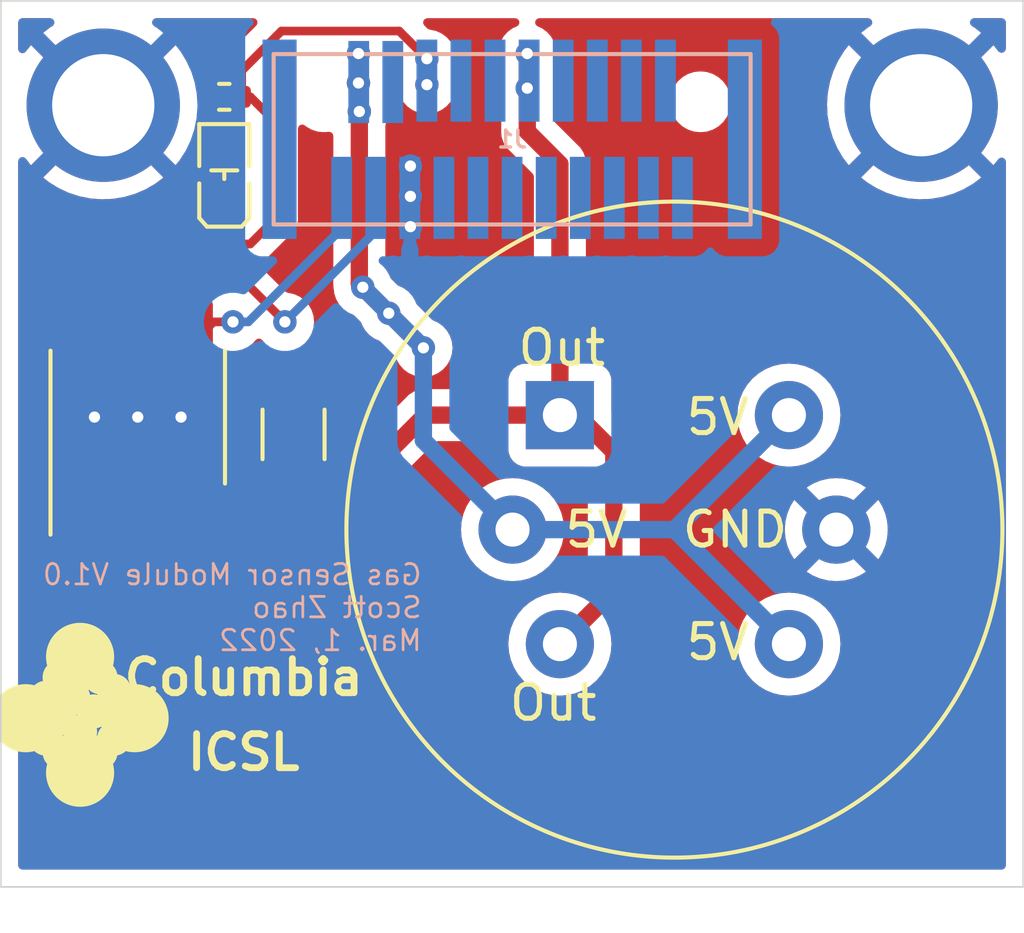
<source format=kicad_pcb>
(kicad_pcb (version 20211014) (generator pcbnew)
  (layers (0 "F.Cu" signal "Front") (1 "In1.Cu" signal) (2 "In2.Cu" signal) (31 "B.Cu" signal "Back") (34 "B.Paste" user) (35 "F.Paste" user) (36 "B.SilkS" user "B.Silkscreen") (37 "F.SilkS" user "F.Silkscreen") (38 "B.Mask" user) (39 "F.Mask" user) (44 "Edge.Cuts" user))
  (net 0 "")
  (net 1 "GND")
  (net 2 "Net-(D1-Pad2)")
  (net 3 "/3V3")
  (net 4 "/SDA_EEPROM")
  (net 5 "/~{RST}")
  (net 6 "/MISO")
  (net 7 "/MOSI")
  (net 8 "/SDA")
  (net 9 "/SCL")
  (net 10 "/SCL_EEPROM")
  (net 11 "/5V")
  (net 13 "/TXD")
  (net 14 "/Status")
  (net 15 "/A0")
  (net 17 "/RXD")
  (net 22 "/A1")
  (net 25 "/SCK")
  (net 26 "/CS")
  (footprint "ICSL:M1502-B-2545-AL-TOP" (layer "F.Cu") (at 98.048 66.986)
    (fp_text reference "H1" hide)
    (fp_text value "GND" hide)
    (pad "1" thru_hole circle locked (at -3.048 -2.986) (size 4.5 4.5) (drill 3) (layers *.Cu *.Mask) (net 1 "GND"))
  )
  (footprint "ICSL:M1502-B-2545-AL-TOP" (layer "F.Cu") (at 119 64)
    (fp_text reference "H2" hide)
    (fp_text value "GND" hide)
    (pad "1" thru_hole circle locked (at 0 0) (size 4.5 4.5) (drill 3) (layers *.Cu *.Mask) (net 1 "GND"))
  )
  (footprint "Sensor:MQ-6" (layer "F.Cu") (at 108.4 73.094)
    (fp_text reference "U1" hide)
    (fp_text value "MQ-6")
    (fp_circle (center 3.36 3.36) (end 12.985 3.36) (layer "F.SilkS") (width 0.12) (fill none))
    (pad "1" thru_hole rect locked (at 0 0) (size 2 2) (drill 1) (layers *.Cu *.Mask) (net 15 "/A0"))
    (pad "2" thru_hole circle locked (at -1.39 3.36) (size 2 2) (drill 1) (layers *.Cu *.Mask) (net 11 "/5V"))
    (pad "3" thru_hole circle locked (at 0 6.72 90) (size 2 2) (drill 1) (layers *.Cu *.Mask) (net 15 "/A0"))
    (pad "4" thru_hole circle locked (at 6.72 6.72 180) (size 2 2) (drill 1) (layers *.Cu *.Mask) (net 11 "/5V"))
    (pad "5" thru_hole circle locked (at 8.11 3.36) (size 2 2) (drill 1) (layers *.Cu *.Mask) (net 1 "GND"))
    (pad "6" thru_hole circle locked (at 6.72 0 270) (size 2 2) (drill 1) (layers *.Cu *.Mask) (net 11 "/5V"))
  )
  (footprint "Resistor_SMD:R_0402_1005Metric" (layer "F.Cu") (at 98.552 63.754 180)
    (fp_text reference "R2" hide)
    (fp_text value "R_0402_10K")
    (fp_line (start -0.153641 -0.38) (end 0.153641 -0.38) (layer "F.SilkS") (width 0.12))
    (fp_line (start -0.153641 0.38) (end 0.153641 0.38) (layer "F.SilkS") (width 0.12))
    (pad "1" smd roundrect locked (at -0.51 0 180) (size 0.54 0.64) (layers "F.Cu" "F.Paste" "F.Mask") (net 3 "/3V3"))
    (pad "2" smd roundrect locked (at 0.51 0 180) (size 0.54 0.64) (layers "F.Cu" "F.Paste" "F.Mask") (net 2 "Net-(D1-Pad2)"))
  )
  (footprint "Resistor_SMD:R_1206_3216Metric" (layer "F.Cu") (at 100.584 73.66 90)
    (fp_text reference "R1" hide)
    (fp_text value "4.7k")
    (fp_line (start -0.727064 0.91) (end 0.727064 0.91) (layer "F.SilkS") (width 0.12))
    (fp_line (start -0.727064 -0.91) (end 0.727064 -0.91) (layer "F.SilkS") (width 0.12))
    (pad "1" smd roundrect locked (at -1.4625 0 90) (size 1.125 1.75) (layers "F.Cu" "F.Paste" "F.Mask") (roundrect_rratio 0.2222222222) (net 15 "/A0"))
    (pad "2" smd roundrect locked (at 1.4625 0 90) (size 1.125 1.75) (layers "F.Cu" "F.Paste" "F.Mask") (roundrect_rratio 0.2222222222) (net 1 "GND"))
  )
  (footprint "jlcsmt:SOIC-8_3.9x4.9mm_P1.27mm" (layer "F.Cu") (at 96.012 73.152)
    (fp_text reference "U3" hide)
    (fp_text value "EEPROM_M24C02-WMN6TP")
    (fp_line (start -2.56 0) (end -2.56 3.45) (layer "F.SilkS") (width 0.12))
    (fp_line (start 2.56 0) (end 2.56 -1.95) (layer "F.SilkS") (width 0.12))
    (fp_line (start -2.56 0) (end -2.56 -1.95) (layer "F.SilkS") (width 0.12))
    (fp_line (start 2.56 0) (end 2.56 1.95) (layer "F.SilkS") (width 0.12))
    (pad "1" smd roundrect (at -1.905 2.475 90) (size 1.95 0.6) (layers "F.Cu" "F.Paste" "F.Mask"))
    (pad "2" smd roundrect (at -0.635 2.475 90) (size 1.95 0.6) (layers "F.Cu" "F.Paste" "F.Mask"))
    (pad "3" smd roundrect (at 0.635 2.475 90) (size 1.95 0.6) (layers "F.Cu" "F.Paste" "F.Mask"))
    (pad "4" smd roundrect (at 1.905 2.475 90) (size 1.95 0.6) (layers "F.Cu" "F.Paste" "F.Mask") (net 1 "GND"))
    (pad "5" smd roundrect (at 1.905 -2.475 90) (size 1.95 0.6) (layers "F.Cu" "F.Paste" "F.Mask") (net 4 "/SDA_EEPROM"))
    (pad "6" smd roundrect (at 0.635 -2.475 90) (size 1.95 0.6) (layers "F.Cu" "F.Paste" "F.Mask") (net 10 "/SCL_EEPROM"))
    (pad "7" smd roundrect (at -0.635 -2.475 90) (size 1.95 0.6) (layers "F.Cu" "F.Paste" "F.Mask"))
    (pad "8" smd roundrect (at -1.905 -2.475 90) (size 1.95 0.6) (layers "F.Cu" "F.Paste" "F.Mask") (net 3 "/3V3"))
  )
  (footprint "ICSL:icsl_logo" (layer "F.Cu") (at 96.52 81.788)
    (fp_text reference "U2" hide)
    (fp_text value "ICSL_LOGO" hide)
    (fp_text user "ICSL" (at 2.6 1.2) (layer "F.SilkS") (effects (font (thickness 0.2))))
    (fp_text user "Columbia" (at 2.6 -1) (layer "F.SilkS") (effects (font (thickness 0.2))))
    (fp_circle (center -1.6 1.2) (end -1.6 1.2) (layer "F.SilkS") (width 0.5) (fill none))
    (fp_circle (center -2.8 1.2) (end -2.8 1.2) (layer "F.SilkS") (width 0.5) (fill none))
    (fp_circle (center -3.2 0.8) (end -3.2 0.8) (layer "F.SilkS") (width 0.5) (fill none))
    (fp_circle (center -1.2 0.8) (end -1.2 0.8) (layer "F.SilkS") (width 0.5) (fill none))
    (fp_circle (center -2.4 -0.4) (end -2.4 -0.4) (layer "F.SilkS") (width 0.5) (fill none))
    (fp_circle (center -1.6 -1) (end -1.6 -1) (layer "F.SilkS") (width 0.5) (fill none))
    (fp_circle (center -3.2 -0.4) (end -3.2 -0.4) (layer "F.SilkS") (width 0.5) (fill none))
    (fp_circle (center -3.8 0.2) (end -3.8 0.2) (layer "F.SilkS") (width 1) (fill none))
    (fp_circle (center -1.2 -0.6) (end -1.2 -0.6) (layer "F.SilkS") (width 0.5) (fill none))
    (fp_circle (center -0.6 0.2) (end -0.6 0.2) (layer "F.SilkS") (width 1) (fill none))
    (fp_circle (center -2.8 -1) (end -2.8 -1) (layer "F.SilkS") (width 0.5) (fill none))
    (fp_circle (center -2.2 0.6) (end -2.2 0.6) (layer "F.SilkS") (width 0.5) (fill none))
    (fp_circle (center -2.8 0.2) (end -2.8 0.2) (layer "F.SilkS") (width 0.5) (fill none))
    (fp_circle (center -2.2 1.8) (end -2.2 1.8) (layer "F.SilkS") (width 1) (fill none))
    (fp_circle (center -1.8 0) (end -1.8 0) (layer "F.SilkS") (width 0.5) (fill none))
    (fp_circle (center -2.2 -1.6) (end -2.2 -1.6) (layer "F.SilkS") (width 1) (fill none))
  )
  (footprint "jlcsmt:LED_0603_1608Metric" (layer "F.Cu") (at 98.552 66.04 90)
    (fp_text reference "D1" hide)
    (fp_text value "LED_0603_Red" hide)
    (fp_line (start -1.27 0.735) (end -1.524 0.508) (layer "F.SilkS") (width 0.12))
    (fp_line (start 0.127 0) (end -0.127 0) (layer "F.SilkS") (width 0.12))
    (fp_line (start 0.127 -0.381) (end 0.127 0.381) (layer "F.SilkS") (width 0.12))
    (fp_line (start 0.254 0.735) (end 1.485 0.735) (layer "F.SilkS") (width 0.12))
    (fp_line (start -0.254 -0.735) (end -1.27 -0.735) (layer "F.SilkS") (width 0.12))
    (fp_line (start 1.485 -0.735) (end 0.254 -0.735) (layer "F.SilkS") (width 0.12))
    (fp_line (start -1.524 -0.508) (end -1.27 -0.735) (layer "F.SilkS") (width 0.12))
    (fp_line (start -1.524 0.508) (end -1.524 -0.508) (layer "F.SilkS") (width 0.12))
    (fp_line (start -1.27 0.735) (end -0.254 0.735) (layer "F.SilkS") (width 0.12))
    (fp_line (start 1.485 0.735) (end 1.485 -0.735) (layer "F.SilkS") (width 0.12))
    (pad "1" smd roundrect (at -0.7875 0 270) (size 0.875 0.95) (layers "F.Cu" "F.Paste" "F.Mask") (net 1 "GND"))
    (pad "2" smd roundrect (at 0.7875 0 270) (size 0.875 0.95) (layers "F.Cu" "F.Paste" "F.Mask") (net 2 "Net-(D1-Pad2)"))
  )
  (footprint "ICSL:Amphenol_91911-31321LF_PLUG" (layer "B.Cu") (at 107 65 180)
    (fp_text reference "J1" (at 0 0) (layer "B.SilkS") (effects (font (size 0.5 0.5) (thickness 0.1)) (justify mirror)))
    (fp_text value "Amphenol_91911-31321_plug" hide)
    (fp_line (start 7 -2.5) (end 7 2.5) (layer "B.SilkS") (width 0.12))
    (fp_line (start -6.9965 2.5) (end -6.9965 -2.5) (layer "B.SilkS") (width 0.12))
    (fp_line (start -6.9965 -2.5) (end 7 -2.5) (layer "B.SilkS") (width 0.12))
    (fp_line (start 7 2.5) (end -6.9965 2.5) (layer "B.SilkS") (width 0.12))
    (pad "" np_thru_hole circle locked (at 5.5245 1.1 180) (size 0.76 0.76) (drill 0.76) (layers *.Cu *.Mask))
    (pad "" np_thru_hole circle locked (at -5.5245 1.1 180) (size 0.76 0.76) (drill 0.76) (layers *.Cu *.Mask))
    (pad "" smd rect locked (at 6.8265 0 180) (size 1 5.85) (layers "B.Cu" "B.Paste" "B.Mask"))
    (pad "" smd rect locked (at -6.8265 0 180) (size 1 5.85) (layers "B.Cu" "B.Paste" "B.Mask"))
    (pad "1" smd rect locked (at 5.0035 -1.72 180) (size 0.61 2.41) (layers "B.Cu" "B.Paste" "B.Mask") (net 4 "/SDA_EEPROM"))
    (pad "2" smd rect locked (at 4.0035 -1.72 180) (size 0.61 2.41) (layers "B.Cu" "B.Paste" "B.Mask") (net 10 "/SCL_EEPROM"))
    (pad "3" smd rect locked (at 3.0035 -1.72 180) (size 0.61 2.41) (layers "B.Cu" "B.Paste" "B.Mask") (net 1 "GND"))
    (pad "4" smd rect locked (at 2.0035 -1.72 180) (size 0.61 2.41) (layers "B.Cu" "B.Paste" "B.Mask"))
    (pad "5" smd rect locked (at 1.0035 -1.72 180) (size 0.61 2.41) (layers "B.Cu" "B.Paste" "B.Mask") (net 5 "/~{RST}"))
    (pad "6" smd rect locked (at 0.0035 -1.72 180) (size 0.61 2.41) (layers "B.Cu" "B.Paste" "B.Mask") (net 25 "/SCK"))
    (pad "7" smd rect locked (at -0.9965 -1.72 180) (size 0.61 2.41) (layers "B.Cu" "B.Paste" "B.Mask") (net 6 "/MISO"))
    (pad "8" smd rect locked (at -1.9965 -1.72 180) (size 0.61 2.41) (layers "B.Cu" "B.Paste" "B.Mask") (net 7 "/MOSI"))
    (pad "9" smd rect locked (at -2.9965 -1.72 180) (size 0.61 2.41) (layers "B.Cu" "B.Paste" "B.Mask") (net 26 "/CS"))
    (pad "10" smd rect locked (at -3.9965 -1.72 180) (size 0.61 2.41) (layers "B.Cu" "B.Paste" "B.Mask") (net 8 "/SDA"))
    (pad "11" smd rect locked (at -4.9965 -1.72 180) (size 0.61 2.41) (layers "B.Cu" "B.Paste" "B.Mask") (net 9 "/SCL"))
    (pad "12" smd rect locked (at -4.4965 1.72 180) (size 0.61 2.41) (layers "B.Cu" "B.Paste" "B.Mask"))
    (pad "13" smd rect locked (at -3.4965 1.72 180) (size 0.61 2.41) (layers "B.Cu" "B.Paste" "B.Mask") (net 17 "/RXD"))
    (pad "14" smd rect locked (at -2.4965 1.72 180) (size 0.61 2.41) (layers "B.Cu" "B.Paste" "B.Mask") (net 13 "/TXD"))
    (pad "15" smd rect locked (at -1.4965 1.72 180) (size 0.61 2.41) (layers "B.Cu" "B.Paste" "B.Mask") (net 14 "/Status"))
    (pad "16" smd rect locked (at -0.4965 1.72 180) (size 0.61 2.41) (layers "B.Cu" "B.Paste" "B.Mask") (net 15 "/A0"))
    (pad "17" smd rect locked (at 0.5035 1.72 180) (size 0.61 2.41) (layers "B.Cu" "B.Paste" "B.Mask") (net 22 "/A1"))
    (pad "18" smd rect locked (at 1.5035 1.72 180) (size 0.61 2.41) (layers "B.Cu" "B.Paste" "B.Mask"))
    (pad "19" smd rect locked (at 2.5035 1.72 180) (size 0.61 2.41) (layers "B.Cu" "B.Paste" "B.Mask") (net 3 "/3V3"))
    (pad "20" smd rect locked (at 3.5035 1.68 180) (size 0.61 2.41) (layers "B.Cu" "B.Paste" "B.Mask"))
    (pad "21" smd rect locked (at 4.5035 1.68 180) (size 0.61 2.41) (layers "B.Cu" "B.Paste" "B.Mask") (net 11 "/5V"))
  )
  (gr_line (start 121.995 60.938) (end 91.995 60.938) (layer "Edge.Cuts") (width 0.05))
  (gr_line (start 91.995 60.938) (end 91.995 86.938) (layer "Edge.Cuts") (width 0.05))
  (gr_line (start 91.995 86.938) (end 121.995 86.938) (layer "Edge.Cuts") (width 0.05))
  (gr_line (start 121.995 86.938) (end 121.995 60.938) (layer "Edge.Cuts") (width 0.05))
  (gr_text "Gas Sensor Module V1.0\nScott Zhao\nMar. 1, 2022" (at 104.394 78.74) (layer "B.SilkS") (effects (font (size 0.6 0.6) (thickness 0.08)) (justify left mirror)))
  (gr_text "Out" (at 108.458 71.12) (layer "F.SilkS") (effects (font (size 1 1))))
  (gr_text "GND" (at 113.538 76.454) (layer "F.SilkS") (effects (font (size 1 1))))
  (gr_text "5V" (at 109.474 76.454) (layer "F.SilkS") (effects (font (size 1 1))))
  (gr_text "5V" (at 113.03 79.756) (layer "F.SilkS") (effects (font (size 1 1))))
  (gr_text "5V" (at 113.03 73.152) (layer "F.SilkS") (effects (font (size 1 1))))
  (gr_text "Out" (at 108.204 81.534) (layer "F.SilkS") (effects (font (size 1 1))))
  (via (at 96.012 73.152) (size 0.6858) (drill 0.3302) (layers "F.Cu" "B.Cu") (net 1))
  (via (at 104.013 66.675) (size 0.6858) (drill 0.3302) (layers "F.Cu" "B.Cu") (net 1))
  (via (at 104.013 67.564) (size 0.6858) (drill 0.3302) (layers "F.Cu" "B.Cu") (net 1))
  (via (at 97.282 73.152) (size 0.6858) (drill 0.3302) (layers "F.Cu" "B.Cu") (net 1))
  (via (at 94.742 73.152) (size 0.6858) (drill 0.3302) (layers "F.Cu" "B.Cu") (net 1))
  (via (at 104.013 65.786) (size 0.6858) (drill 0.3302) (layers "F.Cu" "B.Cu") (net 1))
  (segment (start 98.042 64.514) (end 98.042 63.754) (width 0.254) (layer "F.Cu") (net 2))
  (segment (start 98.552 65.024) (end 98.042 64.514) (width 0.254) (layer "F.Cu") (net 2))
  (segment (start 98.552 65.2525) (end 98.552 65.024) (width 0.254) (layer "F.Cu") (net 2))
  (segment (start 99.314 68.072) (end 94.996 68.072) (width 0.254) (layer "F.Cu") (net 3))
  (segment (start 104.4965 62.6355) (end 103.6846 61.8236) (width 0.254) (layer "F.Cu") (net 3))
  (segment (start 94.107 68.961) (end 94.107 70.677) (width 0.254) (layer "F.Cu") (net 3))
  (segment (start 100.076 67.31) (end 99.314 68.072) (width 0.254) (layer "F.Cu") (net 3))
  (segment (start 99.062 62.99) (end 99.062 63.754) (width 0.254) (layer "F.Cu") (net 3))
  (segment (start 100.076 64.516) (end 100.076 67.31) (width 0.254) (layer "F.Cu") (net 3))
  (segment (start 103.6846 61.8236) (end 100.2284 61.8236) (width 0.254) (layer "F.Cu") (net 3))
  (segment (start 99.314 63.754) (end 100.076 64.516) (width 0.254) (layer "F.Cu") (net 3))
  (segment (start 104.4965 63.3975) (end 104.4965 62.6355) (width 0.254) (layer "F.Cu") (net 3))
  (segment (start 99.062 63.754) (end 99.314 63.754) (width 0.254) (layer "F.Cu") (net 3))
  (segment (start 94.996 68.072) (end 94.107 68.961) (width 0.254) (layer "F.Cu") (net 3))
  (segment (start 100.2284 61.8236) (end 99.062 62.99) (width 0.254) (layer "F.Cu") (net 3))
  (via (at 104.4965 63.3975) (size 0.6858) (drill 0.3302) (layers "F.Cu" "B.Cu") (net 3))
  (via (at 104.4965 62.6355) (size 0.6858) (drill 0.3302) (layers "F.Cu" "B.Cu") (net 3))
  (segment (start 98.806 70.358) (end 98.236 70.358) (width 0.254) (layer "F.Cu") (net 4))
  (segment (start 98.236 70.358) (end 97.917 70.677) (width 0.254) (layer "F.Cu") (net 4))
  (via (at 98.806 70.358) (size 0.6858) (drill 0.3302) (layers "F.Cu" "B.Cu") (net 4))
  (segment (start 101.9965 66.72) (end 101.9965 67.62) (width 0.254) (layer "B.Cu") (net 4))
  (segment (start 101.9965 67.62) (end 99.2585 70.358) (width 0.254) (layer "B.Cu") (net 4))
  (segment (start 99.2585 70.358) (end 98.806 70.358) (width 0.254) (layer "B.Cu") (net 4))
  (segment (start 97.282 68.834) (end 96.647 69.469) (width 0.254) (layer "F.Cu") (net 10))
  (segment (start 100.33 70.358) (end 98.806 68.834) (width 0.254) (layer "F.Cu") (net 10))
  (segment (start 96.647 69.469) (end 96.647 70.677) (width 0.254) (layer "F.Cu") (net 10))
  (segment (start 98.806 68.834) (end 97.282 68.834) (width 0.254) (layer "F.Cu") (net 10))
  (via (at 100.33 70.358) (size 0.6858) (drill 0.3302) (layers "F.Cu" "B.Cu") (net 10))
  (segment (start 100.33 70.358) (end 102.9965 67.6915) (width 0.254) (layer "B.Cu") (net 10))
  (segment (start 102.9965 67.6915) (end 102.9965 66.72) (width 0.254) (layer "B.Cu") (net 10))
  (segment (start 102.5144 69.2404) (end 102.616 69.342) (width 0.508) (layer "F.Cu") (net 11))
  (segment (start 102.489 64.1604) (end 102.5144 64.1858) (width 0.508) (layer "F.Cu") (net 11))
  (segment (start 102.616 69.342) (end 103.378 70.104) (width 0.508) (layer "F.Cu") (net 11))
  (segment (start 103.886 70.612) (end 104.394 71.12) (width 0.508) (layer "F.Cu") (net 11))
  (segment (start 102.489 63.3476) (end 102.489 64.1604) (width 0.508) (layer "F.Cu") (net 11))
  (segment (start 103.378 70.104) (end 103.886 70.612) (width 0.508) (layer "F.Cu") (net 11))
  (segment (start 102.5144 64.1858) (end 102.5144 69.2404) (width 0.508) (layer "F.Cu") (net 11))
  (segment (start 102.489 62.484) (end 102.489 63.3476) (width 0.508) (layer "F.Cu") (net 11))
  (via (at 102.489 63.3476) (size 0.6858) (drill 0.3302) (layers "F.Cu" "B.Cu") (net 11))
  (via (at 103.378 70.104) (size 0.6858) (drill 0.3302) (layers "F.Cu" "B.Cu") (net 11))
  (via (at 104.394 71.12) (size 0.6858) (drill 0.3302) (layers "F.Cu" "B.Cu") (net 11))
  (via (at 102.5144 64.1858) (size 0.6858) (drill 0.3302) (layers "F.Cu" "B.Cu") (net 11))
  (via (at 102.489 62.484) (size 0.6858) (drill 0.3302) (layers "F.Cu" "B.Cu") (net 11))
  (via (at 102.616 69.342) (size 0.6858) (drill 0.3302) (layers "F.Cu" "B.Cu") (net 11))
  (segment (start 111.76 76.454) (end 115.12 79.814) (width 0.508) (layer "B.Cu") (net 11))
  (segment (start 111.76 76.454) (end 115.12 73.094) (width 0.508) (layer "B.Cu") (net 11))
  (segment (start 102.616 69.342) (end 103.378 70.104) (width 0.508) (layer "B.Cu") (net 11))
  (segment (start 103.378 70.104) (end 104.394 71.12) (width 0.508) (layer "B.Cu") (net 11))
  (segment (start 107.01 76.454) (end 111.76 76.454) (width 0.508) (layer "B.Cu") (net 11))
  (segment (start 104.394 71.12) (end 104.394 73.838) (width 0.508) (layer "B.Cu") (net 11))
  (segment (start 104.394 73.838) (end 107.01 76.454) (width 0.508) (layer "B.Cu") (net 11))
  (segment (start 107.442 63.5) (end 107.442 62.484) (width 0.508) (layer "F.Cu") (net 15))
  (segment (start 104.452 73.094) (end 102.4235 75.1225) (width 0.508) (layer "F.Cu") (net 15))
  (segment (start 108.4 73.094) (end 108.4 65.728) (width 0.508) (layer "F.Cu") (net 15))
  (segment (start 108.4 79.814) (end 109.982 78.232) (width 0.508) (layer "F.Cu") (net 15))
  (segment (start 108.908 73.094) (end 108.4 73.094) (width 0.508) (layer "F.Cu") (net 15))
  (segment (start 109.982 74.168) (end 108.908 73.094) (width 0.508) (layer "F.Cu") (net 15))
  (segment (start 109.982 78.232) (end 109.982 74.168) (width 0.508) (layer "F.Cu") (net 15))
  (segment (start 107.442 64.77) (end 107.442 63.5) (width 0.508) (layer "F.Cu") (net 15))
  (segment (start 102.4235 75.1225) (end 100.584 75.1225) (width 0.508) (layer "F.Cu") (net 15))
  (segment (start 108.4 65.728) (end 107.442 64.77) (width 0.508) (layer "F.Cu") (net 15))
  (segment (start 108.4 73.094) (end 104.452 73.094) (width 0.508) (layer "F.Cu") (net 15))
  (via (at 107.442 63.5) (size 0.6858) (drill 0.3302) (layers "F.Cu" "B.Cu") (net 15))
  (via (at 107.442 62.484) (size 0.6858) (drill 0.3302) (layers "F.Cu" "B.Cu") (net 15))
  (zone (net 1) (net_name "GND") (layer "F.Cu") (priority 1) (connect_pads (clearance 0.508)) (min_thickness 0.254) (fill yes (thermal_gap 0.508) (thermal_bridge_width 0.508))
    (polygon (pts (xy 121.495 86.438) (xy 92.495 86.438) (xy 92.495 61.438) (xy 121.495 61.438)))
  )
  (zone (net 1) (net_name "GND") (layer "B.Cu") (priority 1) (connect_pads (clearance 0.508)) (min_thickness 0.254) (fill yes (thermal_gap 0.508) (thermal_bridge_width 0.508))
    (polygon (pts (xy 121.495 86.438) (xy 92.495 86.438) (xy 92.495 61.438) (xy 121.495 61.438)))
  )
)
</source>
